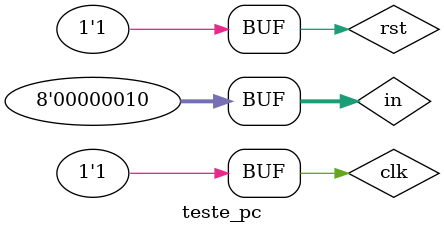
<source format=v>
		module teste_pc;
		reg clk, rst;
		reg [7:0] in;
		wire [7:0] out;
		
		initial  begin  
		in = 8'h02;
      #1 clk = 8'b1;
		#1 rst = 8'h1;
                  
      end
		initial begin
		$monitor("Time=%0t clk= %0h rst= %0h in= %0h out= %0h",
		$time, clk, rst, in, out);
		end
		
		PC a(clk, rst, in, out);
		endmodule
		

</source>
